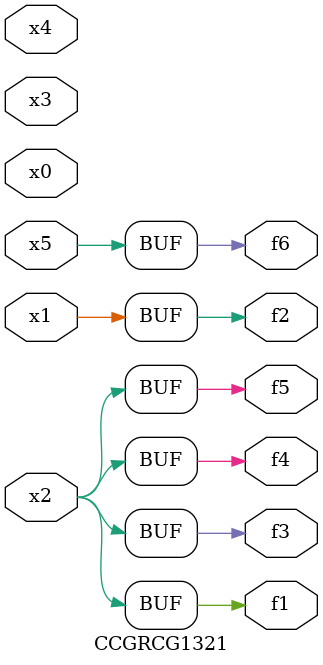
<source format=v>
module CCGRCG1321(
	input x0, x1, x2, x3, x4, x5,
	output f1, f2, f3, f4, f5, f6
);
	assign f1 = x2;
	assign f2 = x1;
	assign f3 = x2;
	assign f4 = x2;
	assign f5 = x2;
	assign f6 = x5;
endmodule

</source>
